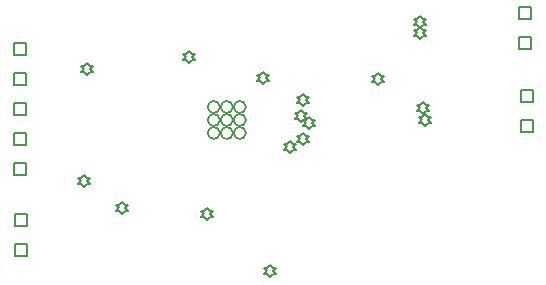
<source format=gbr>
G04*
G04 #@! TF.GenerationSoftware,Altium Limited,Altium Designer,23.3.1 (30)*
G04*
G04 Layer_Color=2752767*
%FSLAX44Y44*%
%MOMM*%
G71*
G04*
G04 #@! TF.SameCoordinates,C21C2CC1-9CAE-44D3-A5A2-357AACA34620*
G04*
G04*
G04 #@! TF.FilePolarity,Positive*
G04*
G01*
G75*
%ADD13C,0.1270*%
%ADD45C,0.1693*%
D13*
X913130Y635000D02*
Y645160D01*
X923290D01*
Y635000D01*
X913130D01*
Y660400D02*
Y670560D01*
X923290D01*
Y660400D01*
X913130D01*
X1339850Y810260D02*
Y820420D01*
X1350010D01*
Y810260D01*
X1339850D01*
Y835660D02*
Y845820D01*
X1350010D01*
Y835660D01*
X1339850D01*
X911860Y805180D02*
Y815340D01*
X922020D01*
Y805180D01*
X911860D01*
Y779780D02*
Y789940D01*
X922020D01*
Y779780D01*
X911860D01*
Y728980D02*
Y739140D01*
X922020D01*
Y728980D01*
X911860D01*
Y703580D02*
Y713740D01*
X922020D01*
Y703580D01*
X911860D01*
Y754380D02*
Y764540D01*
X922020D01*
Y754380D01*
X911860D01*
X1341120Y740410D02*
Y750570D01*
X1351280D01*
Y740410D01*
X1341120D01*
Y765810D02*
Y775970D01*
X1351280D01*
Y765810D01*
X1341120D01*
X1129030Y617220D02*
X1131570Y619760D01*
X1134110D01*
X1131570Y622300D01*
X1134110Y624840D01*
X1131570D01*
X1129030Y627380D01*
X1126490Y624840D01*
X1123950D01*
X1126490Y622300D01*
X1123950Y619760D01*
X1126490D01*
X1129030Y617220D01*
X974090Y788670D02*
X976630Y791210D01*
X979170D01*
X976630Y793750D01*
X979170Y796290D01*
X976630D01*
X974090Y798830D01*
X971550Y796290D01*
X969010D01*
X971550Y793750D01*
X969010Y791210D01*
X971550D01*
X974090Y788670D01*
X971550Y693420D02*
X974090Y695960D01*
X976630D01*
X974090Y698500D01*
X976630Y701040D01*
X974090D01*
X971550Y703580D01*
X969010Y701040D01*
X966470D01*
X969010Y698500D01*
X966470Y695960D01*
X969010D01*
X971550Y693420D01*
X1145540Y722630D02*
X1148080Y725170D01*
X1150620D01*
X1148080Y727710D01*
X1150620Y730250D01*
X1148080D01*
X1145540Y732790D01*
X1143000Y730250D01*
X1140460D01*
X1143000Y727710D01*
X1140460Y725170D01*
X1143000D01*
X1145540Y722630D01*
X1155420Y748930D02*
X1157960Y751470D01*
X1160500D01*
X1157960Y754010D01*
X1160500Y756550D01*
X1157960D01*
X1155420Y759090D01*
X1152880Y756550D01*
X1150340D01*
X1152880Y754010D01*
X1150340Y751470D01*
X1152880D01*
X1155420Y748930D01*
X1156970Y728980D02*
X1159510Y731520D01*
X1162050D01*
X1159510Y734060D01*
X1162050Y736600D01*
X1159510D01*
X1156970Y739140D01*
X1154430Y736600D01*
X1151890D01*
X1154430Y734060D01*
X1151890Y731520D01*
X1154430D01*
X1156970Y728980D01*
X1162050Y742950D02*
X1164590Y745490D01*
X1167130D01*
X1164590Y748030D01*
X1167130Y750570D01*
X1164590D01*
X1162050Y753110D01*
X1159510Y750570D01*
X1156970D01*
X1159510Y748030D01*
X1156970Y745490D01*
X1159510D01*
X1162050Y742950D01*
X1122680Y781050D02*
X1125220Y783590D01*
X1127760D01*
X1125220Y786130D01*
X1127760Y788670D01*
X1125220D01*
X1122680Y791210D01*
X1120140Y788670D01*
X1117600D01*
X1120140Y786130D01*
X1117600Y783590D01*
X1120140D01*
X1122680Y781050D01*
X1075690Y665480D02*
X1078230Y668020D01*
X1080770D01*
X1078230Y670560D01*
X1080770Y673100D01*
X1078230D01*
X1075690Y675640D01*
X1073150Y673100D01*
X1070610D01*
X1073150Y670560D01*
X1070610Y668020D01*
X1073150D01*
X1075690Y665480D01*
X1060450Y798830D02*
X1062990Y801370D01*
X1065530D01*
X1062990Y803910D01*
X1065530Y806450D01*
X1062990D01*
X1060450Y808990D01*
X1057910Y806450D01*
X1055370D01*
X1057910Y803910D01*
X1055370Y801370D01*
X1057910D01*
X1060450Y798830D01*
X1220470Y779780D02*
X1223010Y782320D01*
X1225550D01*
X1223010Y784860D01*
X1225550Y787400D01*
X1223010D01*
X1220470Y789940D01*
X1217930Y787400D01*
X1215390D01*
X1217930Y784860D01*
X1215390Y782320D01*
X1217930D01*
X1220470Y779780D01*
X1003300Y670560D02*
X1005840Y673100D01*
X1008380D01*
X1005840Y675640D01*
X1008380Y678180D01*
X1005840D01*
X1003300Y680720D01*
X1000760Y678180D01*
X998220D01*
X1000760Y675640D01*
X998220Y673100D01*
X1000760D01*
X1003300Y670560D01*
X1258570Y755650D02*
X1261110Y758190D01*
X1263650D01*
X1261110Y760730D01*
X1263650Y763270D01*
X1261110D01*
X1258570Y765810D01*
X1256030Y763270D01*
X1253490D01*
X1256030Y760730D01*
X1253490Y758190D01*
X1256030D01*
X1258570Y755650D01*
X1259840Y745490D02*
X1262380Y748030D01*
X1264920D01*
X1262380Y750570D01*
X1264920Y753110D01*
X1262380D01*
X1259840Y755650D01*
X1257300Y753110D01*
X1254760D01*
X1257300Y750570D01*
X1254760Y748030D01*
X1257300D01*
X1259840Y745490D01*
X1256030Y819150D02*
X1258570Y821690D01*
X1261110D01*
X1258570Y824230D01*
X1261110Y826770D01*
X1258570D01*
X1256030Y829310D01*
X1253490Y826770D01*
X1250950D01*
X1253490Y824230D01*
X1250950Y821690D01*
X1253490D01*
X1256030Y819150D01*
Y828040D02*
X1258570Y830580D01*
X1261110D01*
X1258570Y833120D01*
X1261110Y835660D01*
X1258570D01*
X1256030Y838200D01*
X1253490Y835660D01*
X1250950D01*
X1253490Y833120D01*
X1250950Y830580D01*
X1253490D01*
X1256030Y828040D01*
X1156970Y762000D02*
X1159510Y764540D01*
X1162050D01*
X1159510Y767080D01*
X1162050Y769620D01*
X1159510D01*
X1156970Y772160D01*
X1154430Y769620D01*
X1151890D01*
X1154430Y767080D01*
X1151890Y764540D01*
X1154430D01*
X1156970Y762000D01*
D45*
X1086280Y761570D02*
G03*
X1086280Y761570I-5080J0D01*
G01*
X1097280D02*
G03*
X1097280Y761570I-5080J0D01*
G01*
X1108280D02*
G03*
X1108280Y761570I-5080J0D01*
G01*
X1086280Y750570D02*
G03*
X1086280Y750570I-5080J0D01*
G01*
X1097280D02*
G03*
X1097280Y750570I-5080J0D01*
G01*
X1108280D02*
G03*
X1108280Y750570I-5080J0D01*
G01*
X1086280Y739570D02*
G03*
X1086280Y739570I-5080J0D01*
G01*
X1097280D02*
G03*
X1097280Y739570I-5080J0D01*
G01*
X1108280D02*
G03*
X1108280Y739570I-5080J0D01*
G01*
M02*

</source>
